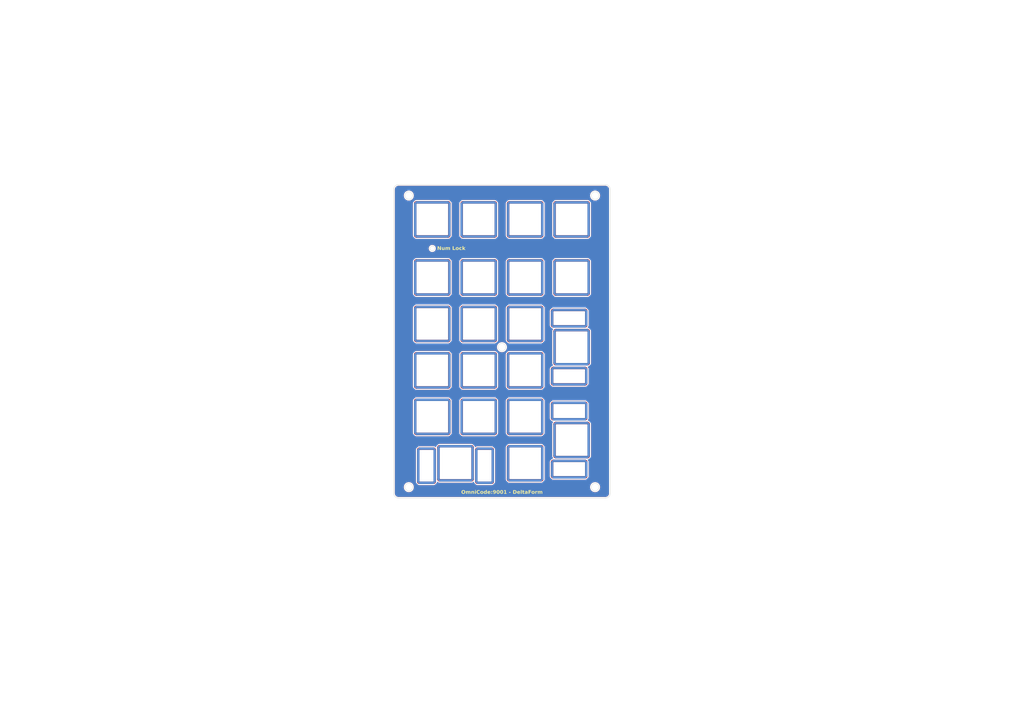
<source format=kicad_pcb>
(kicad_pcb (version 20241229) (generator "pcbnew") (generator_version "9.0")
  (title_block (title "DeltaForm_Top") (date "2025-07-12") (rev "0.4.14") (company "Allen Choi"))
  (layers (0 "F.Cu" signal) (2 "B.Cu" signal) (13 "F.Paste" user) (15 "B.Paste" user) (5 "F.SilkS" user "F.Silkscreen") (7 "B.SilkS" user "B.Silkscreen") (1 "F.Mask" user) (3 "B.Mask" user) (25 "Edge.Cuts" user))
  (net 0 "")
  (net 1 "GND")
  (footprint "Plate-MP_MX_2u" (layer "F.Cu") (at 234.45 180.4875 -90)
    (property "Reference" "SPMP20" (hide yes))
    (property "Value" "Plate-MP_MX_2u")
    (fp_line (start -14.78125 8.000001) (end -9.03125 8.000001) (stroke (width 0.05)) (layer "Edge.Cuts"))
    (fp_line (start 9.03125 8.000001) (end 14.78125 8.000001) (stroke (width 0.05)) (layer "Edge.Cuts"))
    (fp_line (start -6.5 7) (end 6.5 7) (stroke (width 0.05)) (layer "Edge.Cuts"))
    (fp_line (start 7 6.5) (end 7 -6.5) (stroke (width 0.05)) (layer "Edge.Cuts"))
    (fp_line (start -15.28125 -5.499999) (end -15.28125 7.500001) (stroke (width 0.05)) (layer "Edge.Cuts"))
    (fp_line (start -8.53125 -5.499999) (end -8.53125 7.500001) (stroke (width 0.05)) (layer "Edge.Cuts"))
    (fp_line (start 8.53125 -5.499999) (end 8.53125 7.500001) (stroke (width 0.05)) (layer "Edge.Cuts"))
    (fp_line (start 15.280039 -5.499999) (end 15.28125 7.500001) (stroke (width 0.05)) (layer "Edge.Cuts"))
    (fp_line (start -14.78125 -5.999999) (end -9.03125 -5.999999) (stroke (width 0.05)) (layer "Edge.Cuts"))
    (fp_line (start 9.03125 -5.999999) (end 14.780039 -5.999999) (stroke (width 0.05)) (layer "Edge.Cuts"))
    (fp_line (start -7 -6.5) (end -7 6.5) (stroke (width 0.05)) (layer "Edge.Cuts"))
    (fp_line (start 6.5 -7) (end -6.5 -7) (stroke (width 0.05)) (layer "Edge.Cuts"))
    (fp_arc (start -14.78125 8.000001) (mid -15.134803 7.853554) (end -15.28125 7.500001) (stroke (width 0.05)) (layer "Edge.Cuts"))
    (fp_arc (start 9.03125 8.000001) (mid 8.677697 7.853554) (end 8.53125 7.500001) (stroke (width 0.05)) (layer "Edge.Cuts"))
    (fp_arc (start -8.53125 7.500001) (mid -8.677697 7.853554) (end -9.03125 8.000001) (stroke (width 0.05)) (layer "Edge.Cuts"))
    (fp_arc (start 15.28125 7.500001) (mid 15.134803 7.853554) (end 14.78125 8.000001) (stroke (width 0.05)) (layer "Edge.Cuts"))
    (fp_arc (start -6.497236 6.998884) (mid -6.850789 6.852437) (end -6.997236 6.498884) (stroke (width 0.05)) (layer "Edge.Cuts"))
    (fp_arc (start 7 6.5) (mid 6.853554 6.853554) (end 6.5 7) (stroke (width 0.05)) (layer "Edge.Cuts"))
    (fp_arc (start -15.28125 -5.499999) (mid -15.134803 -5.853552) (end -14.78125 -5.999999) (stroke (width 0.05)) (layer "Edge.Cuts"))
    (fp_arc (start 8.53125 -5.499999) (mid 8.677697 -5.853552) (end 9.03125 -5.999999) (stroke (width 0.05)) (layer "Edge.Cuts"))
    (fp_arc (start -9.03125 -5.999999) (mid -8.677697 -5.853552) (end -8.53125 -5.499999) (stroke (width 0.05)) (layer "Edge.Cuts"))
    (fp_arc (start 14.780039 -5.999999) (mid 15.133592 -5.853552) (end 15.280039 -5.499999) (stroke (width 0.05)) (layer "Edge.Cuts"))
    (fp_arc (start -7 -6.5) (mid -6.853553 -6.853553) (end -6.5 -7) (stroke (width 0.05)) (layer "Edge.Cuts"))
    (fp_arc (start 6.5 -7) (mid 6.853554 -6.853554) (end 7 -6.5) (stroke (width 0.05)) (layer "Edge.Cuts"))
  )
  (footprint "Plate-MP_MX_1u" (layer "F.Cu") (at 215.4 170.9625)
    (property "Reference" "SPMP17" (hide yes))
    (property "Value" "Plate-MP_MX_1u")
    (fp_line (start -7 -6.5) (end -7 6.5) (stroke (width 0.05)) (layer "Edge.Cuts"))
    (fp_line (start -6.5 7) (end 6.5 7) (stroke (width 0.05)) (layer "Edge.Cuts"))
    (fp_line (start 6.5 -7) (end -6.5 -7) (stroke (width 0.05)) (layer "Edge.Cuts"))
    (fp_line (start 7 6.5) (end 7 -6.5) (stroke (width 0.05)) (layer "Edge.Cuts"))
    (fp_arc (start -7 -6.5) (mid -6.853553 -6.853553) (end -6.5 -7) (stroke (width 0.05)) (layer "Edge.Cuts"))
    (fp_arc (start -6.497236 6.998884) (mid -6.850789 6.852437) (end -6.997236 6.498884) (stroke (width 0.05)) (layer "Edge.Cuts"))
    (fp_arc (start 6.5 -7) (mid 6.853554 -6.853554) (end 7 -6.5) (stroke (width 0.05)) (layer "Edge.Cuts"))
    (fp_arc (start 7 6.5) (mid 6.853554 6.853554) (end 6.5 7) (stroke (width 0.05)) (layer "Edge.Cuts"))
  )
  (footprint "Plate-MP_MX_1u" (layer "F.Cu") (at 196.35 170.9625)
    (property "Reference" "SPMP16" (hide yes))
    (property "Value" "Plate-MP_MX_1u")
    (fp_line (start -7 -6.5) (end -7 6.5) (stroke (width 0.05)) (layer "Edge.Cuts"))
    (fp_line (start -6.5 7) (end 6.5 7) (stroke (width 0.05)) (layer "Edge.Cuts"))
    (fp_line (start 6.5 -7) (end -6.5 -7) (stroke (width 0.05)) (layer "Edge.Cuts"))
    (fp_line (start 7 6.5) (end 7 -6.5) (stroke (width 0.05)) (layer "Edge.Cuts"))
    (fp_arc (start -7 -6.5) (mid -6.853553 -6.853553) (end -6.5 -7) (stroke (width 0.05)) (layer "Edge.Cuts"))
    (fp_arc (start -6.497236 6.998884) (mid -6.850789 6.852437) (end -6.997236 6.498884) (stroke (width 0.05)) (layer "Edge.Cuts"))
    (fp_arc (start 6.5 -7) (mid 6.853554 -6.853554) (end 7 -6.5) (stroke (width 0.05)) (layer "Edge.Cuts"))
    (fp_arc (start 7 6.5) (mid 6.853554 6.853554) (end 6.5 7) (stroke (width 0.05)) (layer "Edge.Cuts"))
  )
  (footprint "Plate-MP_MX_1u" (layer "F.Cu") (at 234.45 113.8125)
    (property "Reference" "SPMP8" (hide yes))
    (property "Value" "Plate-MP_MX_1u")
    (fp_line (start -7 -6.5) (end -7 6.5) (stroke (width 0.05)) (layer "Edge.Cuts"))
    (fp_line (start -6.5 7) (end 6.5 7) (stroke (width 0.05)) (layer "Edge.Cuts"))
    (fp_line (start 6.5 -7) (end -6.5 -7) (stroke (width 0.05)) (layer "Edge.Cuts"))
    (fp_line (start 7 6.5) (end 7 -6.5) (stroke (width 0.05)) (layer "Edge.Cuts"))
    (fp_arc (start -7 -6.5) (mid -6.853553 -6.853553) (end -6.5 -7) (stroke (width 0.05)) (layer "Edge.Cuts"))
    (fp_arc (start -6.497236 6.998884) (mid -6.850789 6.852437) (end -6.997236 6.498884) (stroke (width 0.05)) (layer "Edge.Cuts"))
    (fp_arc (start 6.5 -7) (mid 6.853554 -6.853554) (end 7 -6.5) (stroke (width 0.05)) (layer "Edge.Cuts"))
    (fp_arc (start 7 6.5) (mid 6.853554 6.853554) (end 6.5 7) (stroke (width 0.05)) (layer "Edge.Cuts"))
  )
  (footprint "Plate-MP_MX_1u" (layer "F.Cu") (at 196.35 151.9125)
    (property "Reference" "SPMP13" (hide yes))
    (property "Value" "Plate-MP_MX_1u")
    (fp_line (start -7 -6.5) (end -7 6.5) (stroke (width 0.05)) (layer "Edge.Cuts"))
    (fp_line (start -6.5 7) (end 6.5 7) (stroke (width 0.05)) (layer "Edge.Cuts"))
    (fp_line (start 6.5 -7) (end -6.5 -7) (stroke (width 0.05)) (layer "Edge.Cuts"))
    (fp_line (start 7 6.5) (end 7 -6.5) (stroke (width 0.05)) (layer "Edge.Cuts"))
    (fp_arc (start -7 -6.5) (mid -6.853553 -6.853553) (end -6.5 -7) (stroke (width 0.05)) (layer "Edge.Cuts"))
    (fp_arc (start -6.497236 6.998884) (mid -6.850789 6.852437) (end -6.997236 6.498884) (stroke (width 0.05)) (layer "Edge.Cuts"))
    (fp_arc (start 6.5 -7) (mid 6.853554 -6.853554) (end 7 -6.5) (stroke (width 0.05)) (layer "Edge.Cuts"))
    (fp_arc (start 7 6.5) (mid 6.853554 6.853554) (end 6.5 7) (stroke (width 0.05)) (layer "Edge.Cuts"))
  )
  (footprint "Plate-MP_MX_1u" (layer "F.Cu") (at 177.3 170.9625)
    (property "Reference" "SPMP15" (hide yes))
    (property "Value" "Plate-MP_MX_1u")
    (fp_line (start -7 -6.5) (end -7 6.5) (stroke (width 0.05)) (layer "Edge.Cuts"))
    (fp_line (start -6.5 7) (end 6.5 7) (stroke (width 0.05)) (layer "Edge.Cuts"))
    (fp_line (start 6.5 -7) (end -6.5 -7) (stroke (width 0.05)) (layer "Edge.Cuts"))
    (fp_line (start 7 6.5) (end 7 -6.5) (stroke (width 0.05)) (layer "Edge.Cuts"))
    (fp_arc (start -7 -6.5) (mid -6.853553 -6.853553) (end -6.5 -7) (stroke (width 0.05)) (layer "Edge.Cuts"))
    (fp_arc (start -6.497236 6.998884) (mid -6.850789 6.852437) (end -6.997236 6.498884) (stroke (width 0.05)) (layer "Edge.Cuts"))
    (fp_arc (start 6.5 -7) (mid 6.853554 -6.853554) (end 7 -6.5) (stroke (width 0.05)) (layer "Edge.Cuts"))
    (fp_arc (start 7 6.5) (mid 6.853554 6.853554) (end 6.5 7) (stroke (width 0.05)) (layer "Edge.Cuts"))
  )
  (footprint "Plate-MP_MX_1u" (layer "F.Cu") (at 196.35 132.8625)
    (property "Reference" "SPMP10" (hide yes))
    (property "Value" "Plate-MP_MX_1u")
    (fp_line (start -7 -6.5) (end -7 6.5) (stroke (width 0.05)) (layer "Edge.Cuts"))
    (fp_line (start -6.5 7) (end 6.5 7) (stroke (width 0.05)) (layer "Edge.Cuts"))
    (fp_line (start 6.5 -7) (end -6.5 -7) (stroke (width 0.05)) (layer "Edge.Cuts"))
    (fp_line (start 7 6.5) (end 7 -6.5) (stroke (width 0.05)) (layer "Edge.Cuts"))
    (fp_arc (start -7 -6.5) (mid -6.853553 -6.853553) (end -6.5 -7) (stroke (width 0.05)) (layer "Edge.Cuts"))
    (fp_arc (start -6.497236 6.998884) (mid -6.850789 6.852437) (end -6.997236 6.498884) (stroke (width 0.05)) (layer "Edge.Cuts"))
    (fp_arc (start 6.5 -7) (mid 6.853554 -6.853554) (end 7 -6.5) (stroke (width 0.05)) (layer "Edge.Cuts"))
    (fp_arc (start 7 6.5) (mid 6.853554 6.853554) (end 6.5 7) (stroke (width 0.05)) (layer "Edge.Cuts"))
  )
  (footprint "Plate-MP_MX_1u" (layer "F.Cu") (at 215.4 190.0125)
    (property "Reference" "SPMP18" (hide yes))
    (property "Value" "Plate-MP_MX_1u")
    (fp_line (start -7 -6.5) (end -7 6.5) (stroke (width 0.05)) (layer "Edge.Cuts"))
    (fp_line (start -6.5 7) (end 6.5 7) (stroke (width 0.05)) (layer "Edge.Cuts"))
    (fp_line (start 6.5 -7) (end -6.5 -7) (stroke (width 0.05)) (layer "Edge.Cuts"))
    (fp_line (start 7 6.5) (end 7 -6.5) (stroke (width 0.05)) (layer "Edge.Cuts"))
    (fp_arc (start -7 -6.5) (mid -6.853553 -6.853553) (end -6.5 -7) (stroke (width 0.05)) (layer "Edge.Cuts"))
    (fp_arc (start -6.497236 6.998884) (mid -6.850789 6.852437) (end -6.997236 6.498884) (stroke (width 0.05)) (layer "Edge.Cuts"))
    (fp_arc (start 6.5 -7) (mid 6.853554 -6.853554) (end 7 -6.5) (stroke (width 0.05)) (layer "Edge.Cuts"))
    (fp_arc (start 7 6.5) (mid 6.853554 6.853554) (end 6.5 7) (stroke (width 0.05)) (layer "Edge.Cuts"))
  )
  (footprint "Plate-MP_MX_1u" (layer "F.Cu") (at 215.4 132.8625)
    (property "Reference" "SPMP11" (hide yes))
    (property "Value" "Plate-MP_MX_1u")
    (fp_line (start -7 -6.5) (end -7 6.5) (stroke (width 0.05)) (layer "Edge.Cuts"))
    (fp_line (start -6.5 7) (end 6.5 7) (stroke (width 0.05)) (layer "Edge.Cuts"))
    (fp_line (start 6.5 -7) (end -6.5 -7) (stroke (width 0.05)) (layer "Edge.Cuts"))
    (fp_line (start 7 6.5) (end 7 -6.5) (stroke (width 0.05)) (layer "Edge.Cuts"))
    (fp_arc (start -7 -6.5) (mid -6.853553 -6.853553) (end -6.5 -7) (stroke (width 0.05)) (layer "Edge.Cuts"))
    (fp_arc (start -6.497236 6.998884) (mid -6.850789 6.852437) (end -6.997236 6.498884) (stroke (width 0.05)) (layer "Edge.Cuts"))
    (fp_arc (start 6.5 -7) (mid 6.853554 -6.853554) (end 7 -6.5) (stroke (width 0.05)) (layer "Edge.Cuts"))
    (fp_arc (start 7 6.5) (mid 6.853554 6.853554) (end 6.5 7) (stroke (width 0.05)) (layer "Edge.Cuts"))
  )
  (footprint "Plate-MP_MX_1u" (layer "F.Cu") (at 215.4 90)
    (property "Reference" "SPMP5" (hide yes))
    (property "Value" "Plate-MP_MX_1u")
    (fp_line (start -7 -6.5) (end -7 6.5) (stroke (width 0.05)) (layer "Edge.Cuts"))
    (fp_line (start -6.5 7) (end 6.5 7) (stroke (width 0.05)) (layer "Edge.Cuts"))
    (fp_line (start 6.5 -7) (end -6.5 -7) (stroke (width 0.05)) (layer "Edge.Cuts"))
    (fp_line (start 7 6.5) (end 7 -6.5) (stroke (width 0.05)) (layer "Edge.Cuts"))
    (fp_arc (start -7 -6.5) (mid -6.853553 -6.853553) (end -6.5 -7) (stroke (width 0.05)) (layer "Edge.Cuts"))
    (fp_arc (start -6.497236 6.998884) (mid -6.850789 6.852437) (end -6.997236 6.498884) (stroke (width 0.05)) (layer "Edge.Cuts"))
    (fp_arc (start 6.5 -7) (mid 6.853554 -6.853554) (end 7 -6.5) (stroke (width 0.05)) (layer "Edge.Cuts"))
    (fp_arc (start 7 6.5) (mid 6.853554 6.853554) (end 6.5 7) (stroke (width 0.05)) (layer "Edge.Cuts"))
  )
  (footprint "Plate-MP_MX_2u" (layer "F.Cu") (at 234.45 142.3875 -90)
    (property "Reference" "SPMP19" (hide yes))
    (property "Value" "Plate-MP_MX_2u")
    (fp_line (start -14.78125 8.000001) (end -9.03125 8.000001) (stroke (width 0.05)) (layer "Edge.Cuts"))
    (fp_line (start 9.03125 8.000001) (end 14.78125 8.000001) (stroke (width 0.05)) (layer "Edge.Cuts"))
    (fp_line (start -6.5 7) (end 6.5 7) (stroke (width 0.05)) (layer "Edge.Cuts"))
    (fp_line (start 7 6.5) (end 7 -6.5) (stroke (width 0.05)) (layer "Edge.Cuts"))
    (fp_line (start -15.28125 -5.499999) (end -15.28125 7.500001) (stroke (width 0.05)) (layer "Edge.Cuts"))
    (fp_line (start -8.53125 -5.499999) (end -8.53125 7.500001) (stroke (width 0.05)) (layer "Edge.Cuts"))
    (fp_line (start 8.53125 -5.499999) (end 8.53125 7.500001) (stroke (width 0.05)) (layer "Edge.Cuts"))
    (fp_line (start 15.280039 -5.499999) (end 15.28125 7.500001) (stroke (width 0.05)) (layer "Edge.Cuts"))
    (fp_line (start -14.78125 -5.999999) (end -9.03125 -5.999999) (stroke (width 0.05)) (layer "Edge.Cuts"))
    (fp_line (start 9.03125 -5.999999) (end 14.780039 -5.999999) (stroke (width 0.05)) (layer "Edge.Cuts"))
    (fp_line (start -7 -6.5) (end -7 6.5) (stroke (width 0.05)) (layer "Edge.Cuts"))
    (fp_line (start 6.5 -7) (end -6.5 -7) (stroke (width 0.05)) (layer "Edge.Cuts"))
    (fp_arc (start -14.78125 8.000001) (mid -15.134803 7.853554) (end -15.28125 7.500001) (stroke (width 0.05)) (layer "Edge.Cuts"))
    (fp_arc (start 9.03125 8.000001) (mid 8.677697 7.853554) (end 8.53125 7.500001) (stroke (width 0.05)) (layer "Edge.Cuts"))
    (fp_arc (start -8.53125 7.500001) (mid -8.677697 7.853554) (end -9.03125 8.000001) (stroke (width 0.05)) (layer "Edge.Cuts"))
    (fp_arc (start 15.28125 7.500001) (mid 15.134803 7.853554) (end 14.78125 8.000001) (stroke (width 0.05)) (layer "Edge.Cuts"))
    (fp_arc (start -6.497236 6.998884) (mid -6.850789 6.852437) (end -6.997236 6.498884) (stroke (width 0.05)) (layer "Edge.Cuts"))
    (fp_arc (start 7 6.5) (mid 6.853554 6.853554) (end 6.5 7) (stroke (width 0.05)) (layer "Edge.Cuts"))
    (fp_arc (start -15.28125 -5.499999) (mid -15.134803 -5.853552) (end -14.78125 -5.999999) (stroke (width 0.05)) (layer "Edge.Cuts"))
    (fp_arc (start 8.53125 -5.499999) (mid 8.677697 -5.853552) (end 9.03125 -5.999999) (stroke (width 0.05)) (layer "Edge.Cuts"))
    (fp_arc (start -9.03125 -5.999999) (mid -8.677697 -5.853552) (end -8.53125 -5.499999) (stroke (width 0.05)) (layer "Edge.Cuts"))
    (fp_arc (start 14.780039 -5.999999) (mid 15.133592 -5.853552) (end 15.280039 -5.499999) (stroke (width 0.05)) (layer "Edge.Cuts"))
    (fp_arc (start -7 -6.5) (mid -6.853553 -6.853553) (end -6.5 -7) (stroke (width 0.05)) (layer "Edge.Cuts"))
    (fp_arc (start 6.5 -7) (mid 6.853554 -6.853554) (end 7 -6.5) (stroke (width 0.05)) (layer "Edge.Cuts"))
  )
  (footprint "Plate-MP_MX_1u" (layer "F.Cu") (at 177.3 90)
    (property "Reference" "SPMP1" (hide yes))
    (property "Value" "Plate-MP_MX_1u")
    (fp_line (start -7 -6.5) (end -7 6.5) (stroke (width 0.05)) (layer "Edge.Cuts"))
    (fp_line (start -6.5 7) (end 6.5 7) (stroke (width 0.05)) (layer "Edge.Cuts"))
    (fp_line (start 6.5 -7) (end -6.5 -7) (stroke (width 0.05)) (layer "Edge.Cuts"))
    (fp_line (start 7 6.5) (end 7 -6.5) (stroke (width 0.05)) (layer "Edge.Cuts"))
    (fp_arc (start -7 -6.5) (mid -6.853553 -6.853553) (end -6.5 -7) (stroke (width 0.05)) (layer "Edge.Cuts"))
    (fp_arc (start -6.497236 6.998884) (mid -6.850789 6.852437) (end -6.997236 6.498884) (stroke (width 0.05)) (layer "Edge.Cuts"))
    (fp_arc (start 6.5 -7) (mid 6.853554 -6.853554) (end 7 -6.5) (stroke (width 0.05)) (layer "Edge.Cuts"))
    (fp_arc (start 7 6.5) (mid 6.853554 6.853554) (end 6.5 7) (stroke (width 0.05)) (layer "Edge.Cuts"))
  )
  (footprint "Plate-MP_MX_2u" (layer "F.Cu") (at 186.825 190.0125)
    (property "Reference" "SPMP21" (hide yes))
    (property "Value" "Plate-MP_MX_2u")
    (fp_line (start -15.28125 -5.499999) (end -15.28125 7.500001) (stroke (width 0.05)) (layer "Edge.Cuts"))
    (fp_line (start -14.78125 -5.999999) (end -9.03125 -5.999999) (stroke (width 0.05)) (layer "Edge.Cuts"))
    (fp_line (start -14.78125 8.000001) (end -9.03125 8.000001) (stroke (width 0.05)) (layer "Edge.Cuts"))
    (fp_line (start -8.53125 -5.499999) (end -8.53125 7.500001) (stroke (width 0.05)) (layer "Edge.Cuts"))
    (fp_line (start -7 -6.5) (end -7 6.5) (stroke (width 0.05)) (layer "Edge.Cuts"))
    (fp_line (start -6.5 7) (end 6.5 7) (stroke (width 0.05)) (layer "Edge.Cuts"))
    (fp_line (start 6.5 -7) (end -6.5 -7) (stroke (width 0.05)) (layer "Edge.Cuts"))
    (fp_line (start 7 6.5) (end 7 -6.5) (stroke (width 0.05)) (layer "Edge.Cuts"))
    (fp_line (start 8.53125 -5.499999) (end 8.53125 7.500001) (stroke (width 0.05)) (layer "Edge.Cuts"))
    (fp_line (start 9.03125 -5.999999) (end 14.780039 -5.999999) (stroke (width 0.05)) (layer "Edge.Cuts"))
    (fp_line (start 9.03125 8.000001) (end 14.78125 8.000001) (stroke (width 0.05)) (layer "Edge.Cuts"))
    (fp_line (start 15.280039 -5.499999) (end 15.28125 7.500001) (stroke (width 0.05)) (layer "Edge.Cuts"))
    (fp_arc (start -15.28125 -5.499999) (mid -15.134803 -5.853552) (end -14.78125 -5.999999) (stroke (width 0.05)) (layer "Edge.Cuts"))
    (fp_arc (start -14.78125 8.000001) (mid -15.134803 7.853554) (end -15.28125 7.500001) (stroke (width 0.05)) (layer "Edge.Cuts"))
    (fp_arc (start -9.03125 -5.999999) (mid -8.677697 -5.853552) (end -8.53125 -5.499999) (stroke (width 0.05)) (layer "Edge.Cuts"))
    (fp_arc (start -8.53125 7.500001) (mid -8.677697 7.853554) (end -9.03125 8.000001) (stroke (width 0.05)) (layer "Edge.Cuts"))
    (fp_arc (start -7 -6.5) (mid -6.853553 -6.853553) (end -6.5 -7) (stroke (width 0.05)) (layer "Edge.Cuts"))
    (fp_arc (start -6.497236 6.998884) (mid -6.850789 6.852437) (end -6.997236 6.498884) (stroke (width 0.05)) (layer "Edge.Cuts"))
    (fp_arc (start 6.5 -7) (mid 6.853554 -6.853554) (end 7 -6.5) (stroke (width 0.05)) (layer "Edge.Cuts"))
    (fp_arc (start 7 6.5) (mid 6.853554 6.853554) (end 6.5 7) (stroke (width 0.05)) (layer "Edge.Cuts"))
    (fp_arc (start 8.53125 -5.499999) (mid 8.677697 -5.853552) (end 9.03125 -5.999999) (stroke (width 0.05)) (layer "Edge.Cuts"))
    (fp_arc (start 9.03125 8.000001) (mid 8.677697 7.853554) (end 8.53125 7.500001) (stroke (width 0.05)) (layer "Edge.Cuts"))
    (fp_arc (start 14.780039 -5.999999) (mid 15.133592 -5.853552) (end 15.280039 -5.499999) (stroke (width 0.05)) (layer "Edge.Cuts"))
    (fp_arc (start 15.28125 7.500001) (mid 15.134803 7.853554) (end 14.78125 8.000001) (stroke (width 0.05)) (layer "Edge.Cuts"))
  )
  (footprint "Plate-MP_MX_1u" (layer "F.Cu") (at 215.4 113.8125)
    (property "Reference" "SPMP6" (hide yes))
    (property "Value" "Plate-MP_MX_1u")
    (fp_line (start -7 -6.5) (end -7 6.5) (stroke (width 0.05)) (layer "Edge.Cuts"))
    (fp_line (start -6.5 7) (end 6.5 7) (stroke (width 0.05)) (layer "Edge.Cuts"))
    (fp_line (start 6.5 -7) (end -6.5 -7) (stroke (width 0.05)) (layer "Edge.Cuts"))
    (fp_line (start 7 6.5) (end 7 -6.5) (stroke (width 0.05)) (layer "Edge.Cuts"))
    (fp_arc (start -7 -6.5) (mid -6.853553 -6.853553) (end -6.5 -7) (stroke (width 0.05)) (layer "Edge.Cuts"))
    (fp_arc (start -6.497236 6.998884) (mid -6.850789 6.852437) (end -6.997236 6.498884) (stroke (width 0.05)) (layer "Edge.Cuts"))
    (fp_arc (start 6.5 -7) (mid 6.853554 -6.853554) (end 7 -6.5) (stroke (width 0.05)) (layer "Edge.Cuts"))
    (fp_arc (start 7 6.5) (mid 6.853554 6.853554) (end 6.5 7) (stroke (width 0.05)) (layer "Edge.Cuts"))
  )
  (footprint "Plate-MP_MX_1u" (layer "F.Cu") (at 196.35 90)
    (property "Reference" "SPMP3" (hide yes))
    (property "Value" "Plate-MP_MX_1u")
    (fp_line (start -7 -6.5) (end -7 6.5) (stroke (width 0.05)) (layer "Edge.Cuts"))
    (fp_line (start -6.5 7) (end 6.5 7) (stroke (width 0.05)) (layer "Edge.Cuts"))
    (fp_line (start 6.5 -7) (end -6.5 -7) (stroke (width 0.05)) (layer "Edge.Cuts"))
    (fp_line (start 7 6.5) (end 7 -6.5) (stroke (width 0.05)) (layer "Edge.Cuts"))
    (fp_arc (start -7 -6.5) (mid -6.853553 -6.853553) (end -6.5 -7) (stroke (width 0.05)) (layer "Edge.Cuts"))
    (fp_arc (start -6.497236 6.998884) (mid -6.850789 6.852437) (end -6.997236 6.498884) (stroke (width 0.05)) (layer "Edge.Cuts"))
    (fp_arc (start 6.5 -7) (mid 6.853554 -6.853554) (end 7 -6.5) (stroke (width 0.05)) (layer "Edge.Cuts"))
    (fp_arc (start 7 6.5) (mid 6.853554 6.853554) (end 6.5 7) (stroke (width 0.05)) (layer "Edge.Cuts"))
  )
  (footprint "Plate-MP_MX_1u" (layer "F.Cu") (at 177.3 132.8625)
    (property "Reference" "SPMP9" (hide yes))
    (property "Value" "Plate-MP_MX_1u")
    (fp_line (start -7 -6.5) (end -7 6.5) (stroke (width 0.05)) (layer "Edge.Cuts"))
    (fp_line (start -6.5 7) (end 6.5 7) (stroke (width 0.05)) (layer "Edge.Cuts"))
    (fp_line (start 6.5 -7) (end -6.5 -7) (stroke (width 0.05)) (layer "Edge.Cuts"))
    (fp_line (start 7 6.5) (end 7 -6.5) (stroke (width 0.05)) (layer "Edge.Cuts"))
    (fp_arc (start -7 -6.5) (mid -6.853553 -6.853553) (end -6.5 -7) (stroke (width 0.05)) (layer "Edge.Cuts"))
    (fp_arc (start -6.497236 6.998884) (mid -6.850789 6.852437) (end -6.997236 6.498884) (stroke (width 0.05)) (layer "Edge.Cuts"))
    (fp_arc (start 6.5 -7) (mid 6.853554 -6.853554) (end 7 -6.5) (stroke (width 0.05)) (layer "Edge.Cuts"))
    (fp_arc (start 7 6.5) (mid 6.853554 6.853554) (end 6.5 7) (stroke (width 0.05)) (layer "Edge.Cuts"))
  )
  (footprint "Plate-MP_MX_1u" (layer "F.Cu") (at 215.4 151.9125)
    (property "Reference" "SPMP14" (hide yes))
    (property "Value" "Plate-MP_MX_1u")
    (fp_line (start -7 -6.5) (end -7 6.5) (stroke (width 0.05)) (layer "Edge.Cuts"))
    (fp_line (start -6.5 7) (end 6.5 7) (stroke (width 0.05)) (layer "Edge.Cuts"))
    (fp_line (start 6.5 -7) (end -6.5 -7) (stroke (width 0.05)) (layer "Edge.Cuts"))
    (fp_line (start 7 6.5) (end 7 -6.5) (stroke (width 0.05)) (layer "Edge.Cuts"))
    (fp_arc (start -7 -6.5) (mid -6.853553 -6.853553) (end -6.5 -7) (stroke (width 0.05)) (layer "Edge.Cuts"))
    (fp_arc (start -6.497236 6.998884) (mid -6.850789 6.852437) (end -6.997236 6.498884) (stroke (width 0.05)) (layer "Edge.Cuts"))
    (fp_arc (start 6.5 -7) (mid 6.853554 -6.853554) (end 7 -6.5) (stroke (width 0.05)) (layer "Edge.Cuts"))
    (fp_arc (start 7 6.5) (mid 6.853554 6.853554) (end 6.5 7) (stroke (width 0.05)) (layer "Edge.Cuts"))
  )
  (footprint "Plate-MP_MX_1u" (layer "F.Cu") (at 234.45 90)
    (property "Reference" "SPMP7" (hide yes))
    (property "Value" "Plate-MP_MX_1u")
    (fp_line (start -7 -6.5) (end -7 6.5) (stroke (width 0.05)) (layer "Edge.Cuts"))
    (fp_line (start -6.5 7) (end 6.5 7) (stroke (width 0.05)) (layer "Edge.Cuts"))
    (fp_line (start 6.5 -7) (end -6.5 -7) (stroke (width 0.05)) (layer "Edge.Cuts"))
    (fp_line (start 7 6.5) (end 7 -6.5) (stroke (width 0.05)) (layer "Edge.Cuts"))
    (fp_arc (start -7 -6.5) (mid -6.853553 -6.853553) (end -6.5 -7) (stroke (width 0.05)) (layer "Edge.Cuts"))
    (fp_arc (start -6.497236 6.998884) (mid -6.850789 6.852437) (end -6.997236 6.498884) (stroke (width 0.05)) (layer "Edge.Cuts"))
    (fp_arc (start 6.5 -7) (mid 6.853554 -6.853554) (end 7 -6.5) (stroke (width 0.05)) (layer "Edge.Cuts"))
    (fp_arc (start 7 6.5) (mid 6.853554 6.853554) (end 6.5 7) (stroke (width 0.05)) (layer "Edge.Cuts"))
  )
  (footprint "Plate-MP_MX_1u" (layer "F.Cu") (at 177.3 113.8125)
    (property "Reference" "SPMP2" (hide yes))
    (property "Value" "Plate-MP_MX_1u")
    (fp_line (start -7 -6.5) (end -7 6.5) (stroke (width 0.05)) (layer "Edge.Cuts"))
    (fp_line (start -6.5 7) (end 6.5 7) (stroke (width 0.05)) (layer "Edge.Cuts"))
    (fp_line (start 6.5 -7) (end -6.5 -7) (stroke (width 0.05)) (layer "Edge.Cuts"))
    (fp_line (start 7 6.5) (end 7 -6.5) (stroke (width 0.05)) (layer "Edge.Cuts"))
    (fp_arc (start -7 -6.5) (mid -6.853553 -6.853553) (end -6.5 -7) (stroke (width 0.05)) (layer "Edge.Cuts"))
    (fp_arc (start -6.497236 6.998884) (mid -6.850789 6.852437) (end -6.997236 6.498884) (stroke (width 0.05)) (layer "Edge.Cuts"))
    (fp_arc (start 6.5 -7) (mid 6.853554 -6.853554) (end 7 -6.5) (stroke (width 0.05)) (layer "Edge.Cuts"))
    (fp_arc (start 7 6.5) (mid 6.853554 6.853554) (end 6.5 7) (stroke (width 0.05)) (layer "Edge.Cuts"))
  )
  (footprint "Plate-MP_MX_1u" (layer "F.Cu") (at 196.35 113.8125)
    (property "Reference" "SPMP4" (hide yes))
    (property "Value" "Plate-MP_MX_1u")
    (fp_line (start -7 -6.5) (end -7 6.5) (stroke (width 0.05)) (layer "Edge.Cuts"))
    (fp_line (start -6.5 7) (end 6.5 7) (stroke (width 0.05)) (layer "Edge.Cuts"))
    (fp_line (start 6.5 -7) (end -6.5 -7) (stroke (width 0.05)) (layer "Edge.Cuts"))
    (fp_line (start 7 6.5) (end 7 -6.5) (stroke (width 0.05)) (layer "Edge.Cuts"))
    (fp_arc (start -7 -6.5) (mid -6.853553 -6.853553) (end -6.5 -7) (stroke (width 0.05)) (layer "Edge.Cuts"))
    (fp_arc (start -6.497236 6.998884) (mid -6.850789 6.852437) (end -6.997236 6.498884) (stroke (width 0.05)) (layer "Edge.Cuts"))
    (fp_arc (start 6.5 -7) (mid 6.853554 -6.853554) (end 7 -6.5) (stroke (width 0.05)) (layer "Edge.Cuts"))
    (fp_arc (start 7 6.5) (mid 6.853554 6.853554) (end 6.5 7) (stroke (width 0.05)) (layer "Edge.Cuts"))
  )
  (footprint "Plate-MP_MX_1u" (layer "F.Cu") (at 177.3 151.9125)
    (property "Reference" "SPMP12" (hide yes))
    (property "Value" "Plate-MP_MX_1u")
    (fp_line (start -7 -6.5) (end -7 6.5) (stroke (width 0.05)) (layer "Edge.Cuts"))
    (fp_line (start -6.5 7) (end 6.5 7) (stroke (width 0.05)) (layer "Edge.Cuts"))
    (fp_line (start 6.5 -7) (end -6.5 -7) (stroke (width 0.05)) (layer "Edge.Cuts"))
    (fp_line (start 7 6.5) (end 7 -6.5) (stroke (width 0.05)) (layer "Edge.Cuts"))
    (fp_arc (start -7 -6.5) (mid -6.853553 -6.853553) (end -6.5 -7) (stroke (width 0.05)) (layer "Edge.Cuts"))
    (fp_arc (start -6.497236 6.998884) (mid -6.850789 6.852437) (end -6.997236 6.498884) (stroke (width 0.05)) (layer "Edge.Cuts"))
    (fp_arc (start 6.5 -7) (mid 6.853554 -6.853554) (end 7 -6.5) (stroke (width 0.05)) (layer "Edge.Cuts"))
    (fp_arc (start 7 6.5) (mid 6.853554 6.853554) (end 6.5 7) (stroke (width 0.05)) (layer "Edge.Cuts"))
  )
  (gr_line (start 161.475 202.3) (end 161.475 77.7125) (stroke (width 0.15)) (layer "Edge.Cuts"))
  (gr_circle (center 177.3 101.90625) (end 178.3 101.90625) (stroke (width 0.15)) (fill no) (layer "Edge.Cuts"))
  (gr_line (start 163.475 75.7125) (end 248.275 75.7125) (stroke (width 0.15)) (layer "Edge.Cuts"))
  (gr_arc (start 163.475 204.3) (mid 162.060786 203.714214) (end 161.475 202.3) (stroke (width 0.15)) (layer "Edge.Cuts"))
  (gr_circle (center 167.675 80.2125) (end 169.275 80.2125) (stroke (width 0.15)) (fill no) (layer "Edge.Cuts"))
  (gr_circle (center 167.675 199.8) (end 169.275 199.8) (stroke (width 0.15)) (fill no) (layer "Edge.Cuts"))
  (gr_line (start 248.275 204.3) (end 163.475 204.3) (stroke (width 0.15)) (layer "Edge.Cuts"))
  (gr_arc (start 250.275 202.3) (mid 249.689214 203.714214) (end 248.275 204.3) (stroke (width 0.15)) (layer "Edge.Cuts"))
  (gr_circle (center 244.075 199.8) (end 245.675 199.8) (stroke (width 0.15)) (fill no) (layer "Edge.Cuts"))
  (gr_arc (start 161.475 77.7125) (mid 162.060786 76.298286) (end 163.475 75.7125) (stroke (width 0.15)) (layer "Edge.Cuts"))
  (gr_circle (center 205.875 142.3875) (end 207.475 142.3875) (stroke (width 0.15)) (fill no) (layer "Edge.Cuts"))
  (gr_circle (center 244.075 80.2125) (end 245.675 80.2125) (stroke (width 0.15)) (fill no) (layer "Edge.Cuts"))
  (gr_line (start 250.275 77.7125) (end 250.275 202.3) (stroke (width 0.15)) (layer "Edge.Cuts"))
  (gr_arc (start 248.275 75.7125) (mid 249.689214 76.298286) (end 250.275 77.7125) (stroke (width 0.15)) (layer "Edge.Cuts"))
  (gr_text "OmniCode:9001 - DeltaForm" (at 205.875 201.91875 0) (layer "F.SilkS") (effects (font (size 1.5 1.5) (thickness 0.15) (bold yes))))
  (gr_text "Num Lock" (at 179.3 101.90625 0) (layer "F.SilkS") (effects (font (size 1.5 1.5) (thickness 0.15) (bold yes)) (justify left)))
  (zone (net 1) (net_name "GND") (layers "F.Cu" "B.Cu") (connect_pads (clearance 0.508)) (min_thickness 0.25) (fill yes (thermal_gap 0.5) (thermal_bridge_width 0.5) (smoothing chamfer) (radius 0.5) (island_removal_mode 1) (island_area_min 5))
    (polygon (pts (xy 0 0) (xy 420 0) (xy 420 297) (xy 0 297)))
  )
)
</source>
